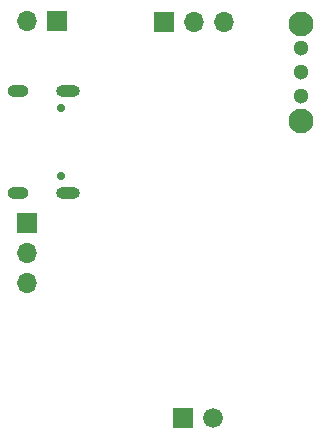
<source format=gbr>
%TF.GenerationSoftware,KiCad,Pcbnew,7.0.9*%
%TF.CreationDate,2024-08-20T21:59:07+03:00*%
%TF.ProjectId,LED-HeadBand,4c45442d-4865-4616-9442-616e642e6b69,rev?*%
%TF.SameCoordinates,Original*%
%TF.FileFunction,Soldermask,Bot*%
%TF.FilePolarity,Negative*%
%FSLAX46Y46*%
G04 Gerber Fmt 4.6, Leading zero omitted, Abs format (unit mm)*
G04 Created by KiCad (PCBNEW 7.0.9) date 2024-08-20 21:59:07*
%MOMM*%
%LPD*%
G01*
G04 APERTURE LIST*
%ADD10C,0.700025*%
%ADD11O,2.000000X1.000000*%
%ADD12O,1.800000X1.000000*%
%ADD13R,1.700000X1.700000*%
%ADD14O,1.700000X1.700000*%
%ADD15C,2.100000*%
%ADD16C,1.300000*%
%ADD17R,1.676403X1.676403*%
%ADD18C,1.676403*%
G04 APERTURE END LIST*
D10*
%TO.C,U6*%
X128975975Y-34739982D03*
X128975975Y-40520018D03*
D11*
X129506075Y-33309959D03*
X129506075Y-41950041D03*
D12*
X125325988Y-33309959D03*
X125325988Y-41950041D03*
%TD*%
D13*
%TO.C,J2*%
X137685000Y-27490000D03*
D14*
X140225000Y-27490000D03*
X142765000Y-27490000D03*
%TD*%
D15*
%TO.C,SW2*%
X149280000Y-35830000D03*
X149280000Y-27630000D03*
D16*
X149280000Y-33730000D03*
X149280000Y-31730000D03*
X149280000Y-29730000D03*
%TD*%
D13*
%TO.C,J1*%
X126040000Y-44540000D03*
D14*
X126040000Y-47080000D03*
X126040000Y-49620000D03*
%TD*%
D13*
%TO.C,BT1*%
X128579800Y-27381200D03*
D14*
X126039800Y-27381200D03*
%TD*%
D17*
%TO.C,U7*%
X139239994Y-60990000D03*
D18*
X141780000Y-60990000D03*
%TD*%
M02*

</source>
